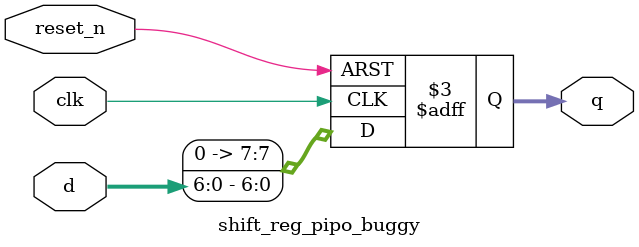
<source format=v>
module shift_reg_pipo_buggy(
    input reset_n,
    input clk,
    input [7:0] d,
    output reg [7:0] q
);

    always @(posedge clk or negedge reset_n) begin

        if(!reset_n)
            q <= 0;
        else
            q[7:0] <= d[6:0]; //  this is wrong, it is done intentionally to show bug results on task test bench
    end

endmodule
</source>
